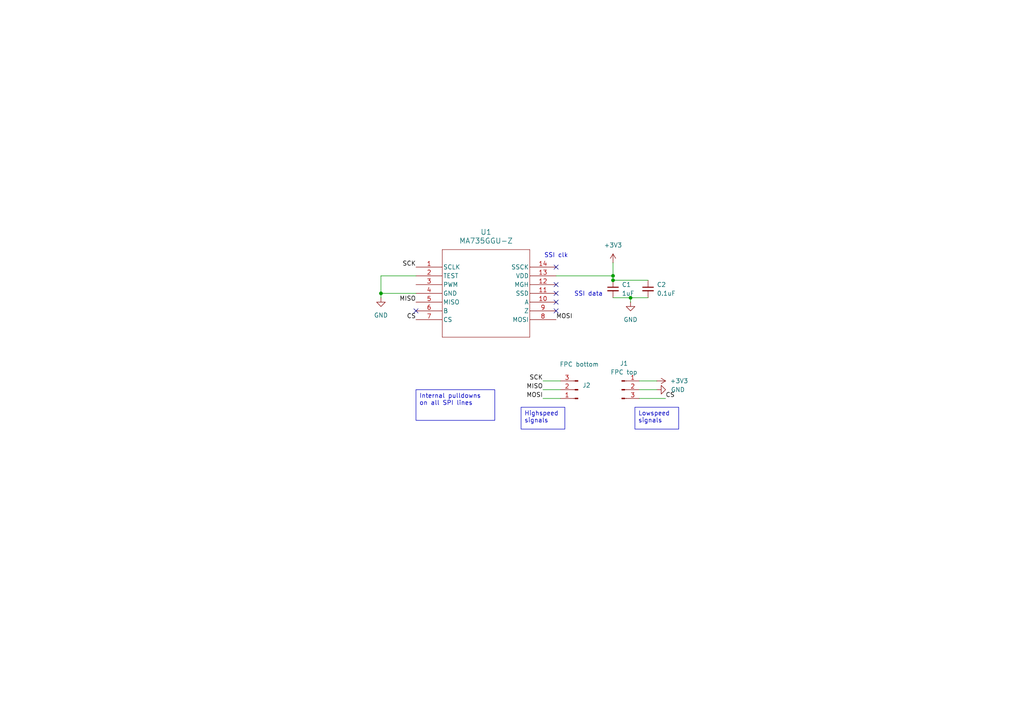
<source format=kicad_sch>
(kicad_sch (version 20231120) (generator "eeschema") (generator_version "8.0")
  (paper "A4")
  (lib_symbols
    (symbol "Connector:Conn_01x03_Pin" (pin_names (offset 1.016) hide)
      (property "Reference" "J" (at 0 5.08 0))
      (property "Value" "Conn_01x03_Pin" (at 0 -5.08 0))
      (symbol "Conn_01x03_Pin_1_1"
        (polyline (pts (xy 1.27 -2.54) (xy 0.8636 -2.54)) (stroke (width 0.1524)))
        (polyline (pts (xy 1.27 0) (xy 0.8636 0)) (stroke (width 0.1524)))
        (polyline (pts (xy 1.27 2.54) (xy 0.8636 2.54)) (stroke (width 0.1524)))
        (rectangle (start 0.8636 -2.413) (end 0 -2.667) (stroke (width 0.1524)) (fill (type outline)))
        (rectangle (start 0.8636 0.127) (end 0 -0.127) (stroke (width 0.1524)) (fill (type outline)))
        (rectangle (start 0.8636 2.667) (end 0 2.413) (stroke (width 0.1524)) (fill (type outline)))
        (pin passive line (at 5.08 2.54 180) (length 3.81) (name "Pin_1") (number "1"))
        (pin passive line (at 5.08 0 180) (length 3.81) (name "Pin_2") (number "2"))
        (pin passive line (at 5.08 -2.54 180) (length 3.81) (name "Pin_3") (number "3"))
      )
    )
    (symbol "Device:C_Small" (pin_numbers hide) (pin_names (offset 0.254) hide)
      (property "Reference" "C" (at 0.254 1.778 0))
      (property "Value" "C_Small" (at 0.254 -2.032 0))
      (symbol "C_Small_0_1"
        (polyline (pts (xy -1.524 -0.508) (xy 1.524 -0.508)) (stroke (width 0.3302)))
        (polyline (pts (xy -1.524 0.508) (xy 1.524 0.508)) (stroke (width 0.3048)))
      )
      (symbol "C_Small_1_1"
        (pin passive line (at 0 2.54 270) (length 2.032) (name "~") (number "1"))
        (pin passive line (at 0 -2.54 90) (length 2.032) (name "~") (number "2"))
      )
    )
    (symbol "MA735:MA735GGU-Z" (pin_names (offset 0.254))
      (property "Reference" "U" (at 20.32 10.16 0))
      (property "Value" "MA735GGU-Z" (at 20.32 7.62 0))
      (symbol "MA735GGU-Z_0_1"
        (polyline (pts (xy 7.62 -20.32) (xy 33.02 -20.32)) (stroke (width 0.127)))
        (polyline (pts (xy 7.62 5.08) (xy 7.62 -20.32)) (stroke (width 0.127)))
        (polyline (pts (xy 33.02 -20.32) (xy 33.02 5.08)) (stroke (width 0.127)))
        (polyline (pts (xy 33.02 5.08) (xy 7.62 5.08)) (stroke (width 0.127)))
        (pin unspecified line (at 0 0 0) (length 7.62) (name "SCLK") (number "1"))
        (pin output line (at 40.64 -10.16 180) (length 7.62) (name "A") (number "10"))
        (pin output line (at 40.64 -7.62 180) (length 7.62) (name "SSD") (number "11"))
        (pin output line (at 40.64 -5.08 180) (length 7.62) (name "MGH") (number "12"))
        (pin power_in line (at 40.64 -2.54 180) (length 7.62) (name "VDD") (number "13"))
        (pin unspecified line (at 40.64 0 180) (length 7.62) (name "SSCK") (number "14"))
        (pin unspecified line (at 0 -2.54 0) (length 7.62) (name "TEST") (number "2"))
        (pin output line (at 0 -5.08 0) (length 7.62) (name "PWM") (number "3"))
        (pin power_in line (at 0 -7.62 0) (length 7.62) (name "GND") (number "4"))
        (pin output line (at 0 -10.16 0) (length 7.62) (name "MISO") (number "5"))
        (pin output line (at 0 -12.7 0) (length 7.62) (name "B") (number "6"))
        (pin unspecified line (at 0 -15.24 0) (length 7.62) (name "CS") (number "7"))
        (pin input line (at 40.64 -15.24 180) (length 7.62) (name "MOSI") (number "8"))
        (pin output line (at 40.64 -12.7 180) (length 7.62) (name "Z") (number "9"))
      )
    )
    (symbol "power:+3V3" (power) (pin_numbers hide) (pin_names (offset 0) hide)
      (property "Value" "+3V3" (at 0 3.556 0))
      (symbol "+3V3_0_1"
        (polyline (pts (xy -0.762 1.27) (xy 0 2.54)))
        (polyline (pts (xy 0 0) (xy 0 2.54)))
        (polyline (pts (xy 0 2.54) (xy 0.762 1.27)))
      )
      (symbol "+3V3_1_1"
        (pin power_in line (at 0 0 90) (length 0) (name "~") (number "1"))
      )
    )
    (symbol "power:GND" (power) (pin_numbers hide) (pin_names (offset 0) hide)
      (property "Value" "GND" (at 0 -3.81 0))
      (symbol "GND_0_1"
        (polyline (pts (xy 0 0) (xy 0 -1.27) (xy 1.27 -1.27) (xy 0 -2.54) (xy -1.27 -1.27) (xy 0 -1.27)))
      )
      (symbol "GND_1_1"
        (pin power_in line (at 0 0 270) (length 0) (name "~") (number "1"))
      )
    )
  )
  (junction (at 177.8 80.01))
  (junction (at 110.49 85.09))
  (junction (at 177.8 81.28))
  (junction (at 182.88 86.36))
  (no_connect (at 120.65 90.17))
  (no_connect (at 161.29 82.55))
  (no_connect (at 161.29 90.17))
  (no_connect (at 161.29 87.63))
  (no_connect (at 161.29 77.47))
  (no_connect (at 161.29 85.09))
  (wire (pts (xy 177.8 86.36) (xy 182.88 86.36)))
  (wire (pts (xy 193.04 115.57) (xy 185.42 115.57)))
  (wire (pts (xy 157.48 110.49) (xy 162.56 110.49)))
  (wire (pts (xy 110.49 85.09) (xy 110.49 86.36)))
  (wire (pts (xy 187.96 81.28) (xy 177.8 81.28)))
  (wire (pts (xy 110.49 80.01) (xy 110.49 85.09)))
  (wire (pts (xy 182.88 86.36) (xy 182.88 87.63)))
  (wire (pts (xy 177.8 80.01) (xy 177.8 76.2)))
  (wire (pts (xy 120.65 85.09) (xy 110.49 85.09)))
  (wire (pts (xy 157.48 113.03) (xy 162.56 113.03)))
  (wire (pts (xy 182.88 86.36) (xy 187.96 86.36)))
  (wire (pts (xy 120.65 80.01) (xy 110.49 80.01)))
  (wire (pts (xy 190.5 110.49) (xy 185.42 110.49)))
  (wire (pts (xy 157.48 115.57) (xy 162.56 115.57)))
  (wire (pts (xy 177.8 80.01) (xy 177.8 81.28)))
  (wire (pts (xy 161.29 80.01) (xy 177.8 80.01)))
  (wire (pts (xy 190.5 113.03) (xy 185.42 113.03)))
  (text_box "Highspeed signals" (at 151.13 118.11 0) (size 12.7 6.35) (effects (font (size 1.27 1.27)) (justify left top)))
  (text_box "Lowspeed signals" (at 184.15 118.11 0) (size 12.7 6.35) (effects (font (size 1.27 1.27)) (justify left top)))
  (text_box "Internal pulldowns on all SPI lines" (at 120.65 113.03 0) (size 22.86 8.89) (effects (font (size 1.27 1.27)) (justify left top)))
  (text "SSI clk" (at 161.29 74.168 0) (effects (font (size 1.27 1.27))))
  (text "SSI data" (at 170.688 85.344 0) (effects (font (size 1.27 1.27))))
  (label "CS" (at 120.65 92.71 180))
  (label "MOSI" (at 157.48 115.57 180))
  (label "MISO" (at 157.48 113.03 180))
  (label "MOSI" (at 161.29 92.71 0))
  (label "MISO" (at 120.65 87.63 180))
  (label "CS" (at 193.04 115.57 0))
  (label "SCK" (at 157.48 110.49 180))
  (label "SCK" (at 120.65 77.47 180))
  (symbol (lib_id "Device:C_Small") (at 177.8 83.82 0) (unit 1)
    (property "Reference" "C1" (at 180.34 82.5562 0) (effects (justify left)))
    (property "Value" "1uF" (at 180.34 85.0962 0) (effects (justify left)))
    (property "Footprint" "Capacitor_SMD:C_0402_1005Metric" (effects (hide yes)))
    (property "Description" "Unpolarized capacitor, small symbol" (effects (hide yes)))
  )
  (symbol (lib_id "Connector:Conn_01x03_Pin") (at 167.64 113.03 180) (unit 1)
    (property "Reference" "J2" (at 168.91 111.7599 0) (effects (justify right)))
    (property "Value" "FPC bottom" (at 162.306 105.664 0) (effects (justify right)))
    (property "Footprint" "custom_testpoints:3pin_fpc" (effects (hide yes)))
    (property "Description" "Generic connector, single row, 01x03, script generated" (effects (hide yes)))
  )
  (symbol (lib_id "power:GND") (at 182.88 87.63 0) (unit 1)
    (property "Reference" "#PWR02" (effects (hide yes)))
    (property "Value" "GND" (at 182.88 92.71 0))
    (property "Description" "Power symbol creates a global label with name \"GND\" , ground" (effects (hide yes)))
  )
  (symbol (lib_id "Device:C_Small") (at 187.96 83.82 0) (unit 1)
    (property "Reference" "C2" (at 190.5 82.5562 0) (effects (justify left)))
    (property "Value" "0.1uF" (at 190.5 85.0962 0) (effects (justify left)))
    (property "Footprint" "Capacitor_SMD:C_0402_1005Metric" (effects (hide yes)))
    (property "Description" "Unpolarized capacitor, small symbol" (effects (hide yes)))
  )
  (symbol (lib_id "power:GND") (at 190.5 113.03 90) (unit 1)
    (property "Reference" "#PWR04" (effects (hide yes)))
    (property "Value" "GND" (at 194.564 113.0301 90) (effects (justify right)))
    (property "Description" "Power symbol creates a global label with name \"GND\" , ground" (effects (hide yes)))
  )
  (symbol (lib_id "power:+3V3") (at 190.5 110.49 270) (unit 1)
    (property "Reference" "#PWR07" (effects (hide yes)))
    (property "Value" "+3V3" (at 194.31 110.4901 90) (effects (justify left)))
    (property "Description" "Power symbol creates a global label with name \"+3V3\"" (effects (hide yes)))
  )
  (symbol (lib_id "MA735:MA735GGU-Z") (at 120.65 77.47 0) (unit 1)
    (property "Reference" "U1" (at 140.97 67.31 0) (effects (font (size 1.524 1.524))))
    (property "Value" "MA735GGU-Z" (at 140.97 69.85 0) (effects (font (size 1.524 1.524))))
    (property "Footprint" "MA730:UTQFN-14_MA735_MNP" (effects (hide yes)))
    (property "Datasheet" "MA735GGU-Z" (effects (hide yes)))
  )
  (symbol (lib_id "power:+3V3") (at 177.8 76.2 0) (unit 1)
    (property "Reference" "#PWR01" (effects (hide yes)))
    (property "Value" "+3V3" (at 177.8 71.12 0))
    (property "Description" "Power symbol creates a global label with name \"+3V3\"" (effects (hide yes)))
  )
  (symbol (lib_id "power:GND") (at 110.49 86.36 0) (unit 1)
    (property "Reference" "#PWR03" (effects (hide yes)))
    (property "Value" "GND" (at 110.49 91.44 0))
    (property "Description" "Power symbol creates a global label with name \"GND\" , ground" (effects (hide yes)))
  )
  (symbol (lib_id "Connector:Conn_01x03_Pin") (at 180.34 113.03 0) (unit 1)
    (property "Reference" "J1" (at 180.975 105.41 0))
    (property "Value" "FPC top" (at 180.975 107.95 0))
    (property "Footprint" "custom_testpoints:3pin_fpc" (effects (hide yes)))
    (property "Description" "Generic connector, single row, 01x03, script generated" (effects (hide yes)))
  )
)
</source>
